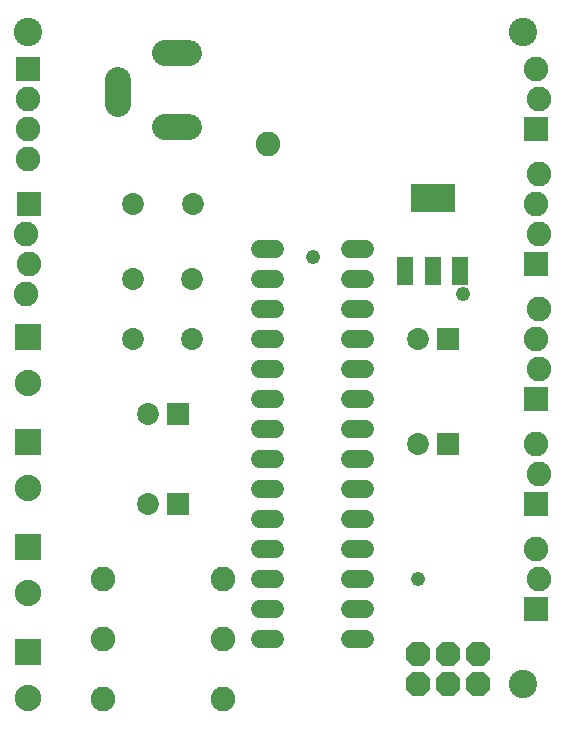
<source format=gts>
G75*
%MOIN*%
%OFA0B0*%
%FSLAX25Y25*%
%IPPOS*%
%LPD*%
%AMOC8*
5,1,8,0,0,1.08239X$1,22.5*
%
%ADD10C,0.09461*%
%ADD11C,0.06000*%
%ADD12C,0.08674*%
%ADD13R,0.08800X0.08800*%
%ADD14C,0.08800*%
%ADD15C,0.08200*%
%ADD16R,0.08200X0.08200*%
%ADD17C,0.07300*%
%ADD18R,0.07300X0.07300*%
%ADD19OC8,0.08200*%
%ADD20R,0.05600X0.09600*%
%ADD21R,0.14973X0.09461*%
%ADD22C,0.04800*%
D10*
X0210619Y0041367D03*
X0210619Y0258867D03*
X0045619Y0258867D03*
D11*
X0123019Y0186367D02*
X0128219Y0186367D01*
X0128219Y0176367D02*
X0123019Y0176367D01*
X0123019Y0166367D02*
X0128219Y0166367D01*
X0128219Y0156367D02*
X0123019Y0156367D01*
X0123019Y0146367D02*
X0128219Y0146367D01*
X0128219Y0136367D02*
X0123019Y0136367D01*
X0123019Y0126367D02*
X0128219Y0126367D01*
X0128219Y0116367D02*
X0123019Y0116367D01*
X0123019Y0106367D02*
X0128219Y0106367D01*
X0128219Y0096367D02*
X0123019Y0096367D01*
X0123019Y0086367D02*
X0128219Y0086367D01*
X0128219Y0076367D02*
X0123019Y0076367D01*
X0123019Y0066367D02*
X0128219Y0066367D01*
X0128219Y0056367D02*
X0123019Y0056367D01*
X0153019Y0056367D02*
X0158219Y0056367D01*
X0158219Y0066367D02*
X0153019Y0066367D01*
X0153019Y0076367D02*
X0158219Y0076367D01*
X0158219Y0086367D02*
X0153019Y0086367D01*
X0153019Y0096367D02*
X0158219Y0096367D01*
X0158219Y0106367D02*
X0153019Y0106367D01*
X0153019Y0116367D02*
X0158219Y0116367D01*
X0158219Y0126367D02*
X0153019Y0126367D01*
X0153019Y0136367D02*
X0158219Y0136367D01*
X0158219Y0146367D02*
X0153019Y0146367D01*
X0153019Y0156367D02*
X0158219Y0156367D01*
X0158219Y0166367D02*
X0153019Y0166367D01*
X0153019Y0176367D02*
X0158219Y0176367D01*
X0158219Y0186367D02*
X0153019Y0186367D01*
D12*
X0099398Y0227036D02*
X0091524Y0227036D01*
X0075776Y0234910D02*
X0075776Y0242784D01*
X0091524Y0251839D02*
X0099398Y0251839D01*
D13*
X0045619Y0157067D03*
X0045619Y0122067D03*
X0045619Y0087067D03*
X0045619Y0052067D03*
D14*
X0045619Y0036887D03*
X0045619Y0071887D03*
X0045619Y0106887D03*
X0045619Y0141887D03*
D15*
X0045119Y0171367D03*
X0046119Y0181367D03*
X0045119Y0191367D03*
X0045619Y0216367D03*
X0045619Y0226367D03*
X0045619Y0236367D03*
X0125619Y0221367D03*
X0215119Y0201367D03*
X0216119Y0211367D03*
X0216119Y0191367D03*
X0216119Y0166367D03*
X0215119Y0156367D03*
X0216119Y0146367D03*
X0215119Y0121367D03*
X0216119Y0111367D03*
X0215119Y0086367D03*
X0216119Y0076367D03*
X0110619Y0076367D03*
X0110619Y0056367D03*
X0110619Y0036367D03*
X0070619Y0036367D03*
X0070619Y0056367D03*
X0070619Y0076367D03*
X0215119Y0246367D03*
X0216119Y0236367D03*
D16*
X0215119Y0226367D03*
X0215119Y0181367D03*
X0215119Y0136367D03*
X0215119Y0101367D03*
X0215119Y0066367D03*
X0046119Y0201367D03*
X0045619Y0246367D03*
D17*
X0080619Y0201367D03*
X0100619Y0201367D03*
X0100461Y0176367D03*
X0100461Y0156367D03*
X0080776Y0156367D03*
X0080776Y0176367D03*
X0085619Y0131367D03*
X0085619Y0101367D03*
X0175619Y0121367D03*
X0175619Y0156367D03*
D18*
X0185619Y0156367D03*
X0185619Y0121367D03*
X0095619Y0131367D03*
X0095619Y0101367D03*
D19*
X0175619Y0051367D03*
X0185619Y0051367D03*
X0195619Y0051367D03*
X0195619Y0041367D03*
X0185619Y0041367D03*
X0175619Y0041367D03*
D20*
X0171519Y0179167D03*
X0180619Y0179167D03*
X0189719Y0179167D03*
D21*
X0180619Y0203568D03*
D22*
X0190619Y0171367D03*
X0140619Y0183867D03*
X0175619Y0076367D03*
M02*

</source>
